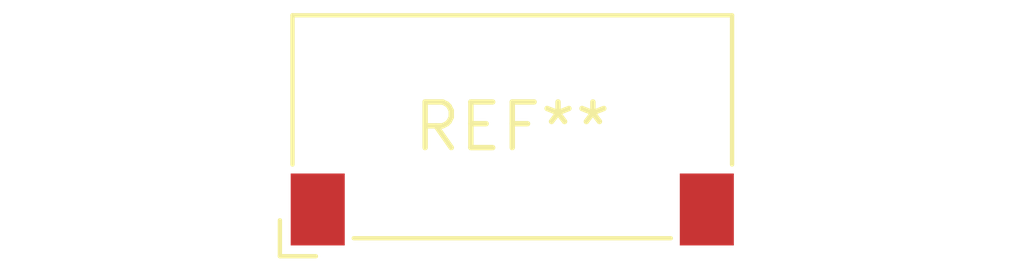
<source format=kicad_pcb>
(kicad_pcb (version 20240108) (generator pcbnew)
  (layers (0 "F.Cu" signal) (31 "B.Cu" signal) (34 "B.Paste" user) (35 "F.Paste" user) (36 "B.SilkS" user "B.Silkscreen") (37 "F.SilkS" user "F.Silkscreen") (38 "B.Mask" user) (39 "F.Mask" user) (44 "Edge.Cuts" user))
  (net 0 "")
  (footprint "Speaker_CUI_CMR-1206S-67" (layer "F.Cu") (at 0 0)
    (property "Reference" "REF**")
    (property "Value" "Speaker_CUI_CMR-1206S-67")
    (fp_line (start -6.45 2.6) (end -6.45 3.6) (layer "F.SilkS") (stroke (width 0.12)))
    (fp_line (start -6.45 3.6) (end -5.45 3.6) (layer "F.SilkS") (stroke (width 0.12)))
    (fp_line (start -6.1 -3.1) (end 6.1 -3.1) (layer "F.SilkS") (stroke (width 0.12)))
    (fp_line (start -6.1 1.05) (end -6.1 -3.1) (layer "F.SilkS") (stroke (width 0.12)))
    (fp_line (start 4.4 3.1) (end -4.4 3.1) (layer "F.SilkS") (stroke (width 0.12)))
    (fp_line (start 6.1 -3.1) (end 6.1 1.05) (layer "F.SilkS") (stroke (width 0.12)))
    (pad "1" smd rect (at -5.4 2.3 180) (size 1.5 2) (layers "F.Cu" "F.Mask"))
    (pad "2" smd rect (at 5.4 2.3 180) (size 1.5 2) (layers "F.Cu" "F.Mask"))
  )
)
</source>
